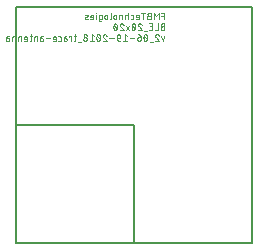
<source format=gbr>
G04 EAGLE Gerber X2 export*
%TF.Part,Single*%
%TF.FileFunction,Legend,Bot,1*%
%TF.FilePolarity,Positive*%
%TF.GenerationSoftware,Autodesk,EAGLE,9.0.0*%
%TF.CreationDate,2018-06-20T01:15:49Z*%
G75*
%MOMM*%
%FSLAX34Y34*%
%LPD*%
%AMOC8*
5,1,8,0,0,1.08239X$1,22.5*%
G01*
%ADD10C,0.050800*%
%ADD11C,0.152400*%


D10*
X125746Y189542D02*
X125746Y195130D01*
X123262Y195130D01*
X123262Y192646D02*
X125746Y192646D01*
X120947Y195130D02*
X120947Y189542D01*
X119084Y192026D02*
X120947Y195130D01*
X119084Y192026D02*
X117222Y195130D01*
X117222Y189542D01*
X114336Y192646D02*
X112783Y192646D01*
X112706Y192644D01*
X112628Y192638D01*
X112552Y192629D01*
X112475Y192615D01*
X112400Y192598D01*
X112326Y192577D01*
X112252Y192552D01*
X112180Y192524D01*
X112110Y192492D01*
X112041Y192457D01*
X111974Y192418D01*
X111909Y192376D01*
X111846Y192331D01*
X111785Y192283D01*
X111727Y192232D01*
X111672Y192178D01*
X111619Y192121D01*
X111570Y192062D01*
X111523Y192000D01*
X111479Y191936D01*
X111439Y191870D01*
X111402Y191802D01*
X111368Y191732D01*
X111338Y191661D01*
X111312Y191588D01*
X111289Y191514D01*
X111270Y191439D01*
X111255Y191364D01*
X111243Y191287D01*
X111235Y191210D01*
X111231Y191133D01*
X111231Y191055D01*
X111235Y190978D01*
X111243Y190901D01*
X111255Y190824D01*
X111270Y190749D01*
X111289Y190674D01*
X111312Y190600D01*
X111338Y190527D01*
X111368Y190456D01*
X111402Y190386D01*
X111439Y190318D01*
X111479Y190252D01*
X111523Y190188D01*
X111570Y190126D01*
X111619Y190067D01*
X111672Y190010D01*
X111727Y189956D01*
X111785Y189905D01*
X111846Y189857D01*
X111909Y189812D01*
X111974Y189770D01*
X112041Y189731D01*
X112110Y189696D01*
X112180Y189664D01*
X112252Y189636D01*
X112326Y189611D01*
X112400Y189590D01*
X112475Y189573D01*
X112552Y189559D01*
X112628Y189550D01*
X112706Y189544D01*
X112783Y189542D01*
X114336Y189542D01*
X114336Y195130D01*
X112783Y195130D01*
X112713Y195128D01*
X112644Y195122D01*
X112575Y195112D01*
X112507Y195099D01*
X112439Y195081D01*
X112373Y195060D01*
X112308Y195035D01*
X112244Y195007D01*
X112182Y194975D01*
X112122Y194940D01*
X112064Y194901D01*
X112009Y194859D01*
X111955Y194814D01*
X111905Y194766D01*
X111857Y194716D01*
X111812Y194662D01*
X111770Y194607D01*
X111731Y194549D01*
X111696Y194489D01*
X111664Y194427D01*
X111636Y194363D01*
X111611Y194298D01*
X111590Y194232D01*
X111572Y194164D01*
X111559Y194096D01*
X111549Y194027D01*
X111543Y193958D01*
X111541Y193888D01*
X111543Y193818D01*
X111549Y193749D01*
X111559Y193680D01*
X111572Y193612D01*
X111590Y193544D01*
X111611Y193478D01*
X111636Y193413D01*
X111664Y193349D01*
X111696Y193287D01*
X111731Y193227D01*
X111770Y193169D01*
X111812Y193114D01*
X111857Y193060D01*
X111905Y193010D01*
X111955Y192962D01*
X112009Y192917D01*
X112064Y192875D01*
X112122Y192836D01*
X112182Y192801D01*
X112244Y192769D01*
X112308Y192741D01*
X112373Y192716D01*
X112439Y192695D01*
X112507Y192677D01*
X112575Y192664D01*
X112644Y192654D01*
X112713Y192648D01*
X112783Y192646D01*
X107929Y195130D02*
X107929Y189542D01*
X109481Y195130D02*
X106376Y195130D01*
X103484Y189542D02*
X101932Y189542D01*
X103484Y189542D02*
X103542Y189544D01*
X103601Y189549D01*
X103658Y189558D01*
X103716Y189571D01*
X103772Y189588D01*
X103827Y189607D01*
X103880Y189631D01*
X103933Y189657D01*
X103983Y189687D01*
X104031Y189720D01*
X104077Y189756D01*
X104121Y189794D01*
X104163Y189836D01*
X104201Y189880D01*
X104237Y189926D01*
X104270Y189974D01*
X104300Y190024D01*
X104326Y190077D01*
X104350Y190130D01*
X104369Y190185D01*
X104386Y190241D01*
X104399Y190299D01*
X104408Y190356D01*
X104413Y190415D01*
X104415Y190473D01*
X104416Y190473D02*
X104416Y192026D01*
X104414Y192096D01*
X104408Y192165D01*
X104398Y192234D01*
X104385Y192302D01*
X104367Y192370D01*
X104346Y192436D01*
X104321Y192501D01*
X104293Y192565D01*
X104261Y192627D01*
X104226Y192687D01*
X104187Y192745D01*
X104145Y192800D01*
X104100Y192854D01*
X104052Y192904D01*
X104002Y192952D01*
X103948Y192997D01*
X103893Y193039D01*
X103835Y193078D01*
X103775Y193113D01*
X103713Y193145D01*
X103649Y193173D01*
X103584Y193198D01*
X103518Y193219D01*
X103450Y193237D01*
X103382Y193250D01*
X103313Y193260D01*
X103244Y193266D01*
X103174Y193268D01*
X103104Y193266D01*
X103035Y193260D01*
X102966Y193250D01*
X102898Y193237D01*
X102830Y193219D01*
X102764Y193198D01*
X102699Y193173D01*
X102635Y193145D01*
X102573Y193113D01*
X102513Y193078D01*
X102455Y193039D01*
X102400Y192997D01*
X102346Y192952D01*
X102296Y192904D01*
X102248Y192854D01*
X102203Y192800D01*
X102161Y192745D01*
X102122Y192687D01*
X102087Y192627D01*
X102055Y192565D01*
X102027Y192501D01*
X102002Y192436D01*
X101981Y192370D01*
X101963Y192302D01*
X101950Y192234D01*
X101940Y192165D01*
X101934Y192096D01*
X101932Y192026D01*
X101932Y191405D01*
X104416Y191405D01*
X98723Y189542D02*
X97481Y189542D01*
X98723Y189542D02*
X98781Y189544D01*
X98840Y189549D01*
X98897Y189558D01*
X98955Y189571D01*
X99011Y189588D01*
X99066Y189607D01*
X99119Y189631D01*
X99172Y189657D01*
X99222Y189687D01*
X99270Y189720D01*
X99316Y189756D01*
X99360Y189794D01*
X99402Y189836D01*
X99440Y189880D01*
X99476Y189926D01*
X99509Y189974D01*
X99539Y190024D01*
X99565Y190077D01*
X99589Y190130D01*
X99608Y190185D01*
X99625Y190241D01*
X99638Y190299D01*
X99647Y190356D01*
X99652Y190415D01*
X99654Y190473D01*
X99654Y192336D01*
X99652Y192394D01*
X99647Y192453D01*
X99638Y192510D01*
X99625Y192568D01*
X99608Y192624D01*
X99589Y192679D01*
X99565Y192732D01*
X99539Y192785D01*
X99509Y192835D01*
X99476Y192883D01*
X99440Y192929D01*
X99402Y192973D01*
X99360Y193015D01*
X99316Y193053D01*
X99270Y193089D01*
X99222Y193122D01*
X99172Y193152D01*
X99119Y193178D01*
X99066Y193202D01*
X99011Y193221D01*
X98955Y193238D01*
X98897Y193251D01*
X98840Y193260D01*
X98781Y193265D01*
X98723Y193267D01*
X97481Y193267D01*
X95272Y195130D02*
X95272Y189542D01*
X95272Y193267D02*
X93719Y193267D01*
X93661Y193265D01*
X93602Y193260D01*
X93545Y193251D01*
X93487Y193238D01*
X93431Y193221D01*
X93376Y193202D01*
X93323Y193178D01*
X93270Y193152D01*
X93220Y193122D01*
X93172Y193089D01*
X93126Y193053D01*
X93082Y193015D01*
X93040Y192973D01*
X93002Y192929D01*
X92966Y192883D01*
X92933Y192835D01*
X92903Y192785D01*
X92877Y192732D01*
X92853Y192679D01*
X92834Y192624D01*
X92817Y192568D01*
X92804Y192510D01*
X92795Y192453D01*
X92790Y192394D01*
X92788Y192336D01*
X92788Y189542D01*
X90151Y189542D02*
X90151Y193267D01*
X88599Y193267D01*
X88541Y193265D01*
X88482Y193260D01*
X88425Y193251D01*
X88367Y193238D01*
X88311Y193221D01*
X88256Y193202D01*
X88203Y193178D01*
X88150Y193152D01*
X88100Y193122D01*
X88052Y193089D01*
X88006Y193053D01*
X87962Y193015D01*
X87920Y192973D01*
X87882Y192929D01*
X87846Y192883D01*
X87813Y192835D01*
X87783Y192785D01*
X87757Y192732D01*
X87733Y192679D01*
X87714Y192624D01*
X87697Y192568D01*
X87684Y192510D01*
X87675Y192453D01*
X87670Y192394D01*
X87668Y192336D01*
X87668Y189542D01*
X85213Y190784D02*
X85213Y192026D01*
X85214Y192026D02*
X85212Y192096D01*
X85206Y192165D01*
X85196Y192234D01*
X85183Y192302D01*
X85165Y192370D01*
X85144Y192436D01*
X85119Y192501D01*
X85091Y192565D01*
X85059Y192627D01*
X85024Y192687D01*
X84985Y192745D01*
X84943Y192800D01*
X84898Y192854D01*
X84850Y192904D01*
X84800Y192952D01*
X84746Y192997D01*
X84691Y193039D01*
X84633Y193078D01*
X84573Y193113D01*
X84511Y193145D01*
X84447Y193173D01*
X84382Y193198D01*
X84316Y193219D01*
X84248Y193237D01*
X84180Y193250D01*
X84111Y193260D01*
X84042Y193266D01*
X83972Y193268D01*
X83902Y193266D01*
X83833Y193260D01*
X83764Y193250D01*
X83696Y193237D01*
X83628Y193219D01*
X83562Y193198D01*
X83497Y193173D01*
X83433Y193145D01*
X83371Y193113D01*
X83311Y193078D01*
X83253Y193039D01*
X83198Y192997D01*
X83144Y192952D01*
X83094Y192904D01*
X83046Y192854D01*
X83001Y192800D01*
X82959Y192745D01*
X82920Y192687D01*
X82885Y192627D01*
X82853Y192565D01*
X82825Y192501D01*
X82800Y192436D01*
X82779Y192370D01*
X82761Y192302D01*
X82748Y192234D01*
X82738Y192165D01*
X82732Y192096D01*
X82730Y192026D01*
X82730Y190784D01*
X82732Y190714D01*
X82738Y190645D01*
X82748Y190576D01*
X82761Y190508D01*
X82779Y190440D01*
X82800Y190374D01*
X82825Y190309D01*
X82853Y190245D01*
X82885Y190183D01*
X82920Y190123D01*
X82959Y190065D01*
X83001Y190010D01*
X83046Y189956D01*
X83094Y189906D01*
X83144Y189858D01*
X83198Y189813D01*
X83253Y189771D01*
X83311Y189732D01*
X83371Y189697D01*
X83433Y189665D01*
X83497Y189637D01*
X83562Y189612D01*
X83628Y189591D01*
X83696Y189573D01*
X83764Y189560D01*
X83833Y189550D01*
X83902Y189544D01*
X83972Y189542D01*
X84042Y189544D01*
X84111Y189550D01*
X84180Y189560D01*
X84248Y189573D01*
X84316Y189591D01*
X84382Y189612D01*
X84447Y189637D01*
X84511Y189665D01*
X84573Y189697D01*
X84633Y189732D01*
X84691Y189771D01*
X84746Y189813D01*
X84800Y189858D01*
X84850Y189906D01*
X84898Y189956D01*
X84943Y190010D01*
X84985Y190065D01*
X85024Y190123D01*
X85059Y190183D01*
X85091Y190245D01*
X85119Y190309D01*
X85144Y190374D01*
X85165Y190440D01*
X85183Y190508D01*
X85196Y190576D01*
X85206Y190645D01*
X85212Y190714D01*
X85214Y190784D01*
X80389Y190473D02*
X80389Y195130D01*
X80389Y190473D02*
X80387Y190415D01*
X80382Y190356D01*
X80373Y190299D01*
X80360Y190241D01*
X80343Y190185D01*
X80324Y190130D01*
X80300Y190077D01*
X80274Y190024D01*
X80244Y189974D01*
X80211Y189926D01*
X80175Y189880D01*
X80137Y189836D01*
X80095Y189794D01*
X80051Y189756D01*
X80005Y189720D01*
X79957Y189687D01*
X79907Y189657D01*
X79854Y189631D01*
X79801Y189607D01*
X79746Y189588D01*
X79690Y189571D01*
X79632Y189558D01*
X79575Y189549D01*
X79516Y189544D01*
X79458Y189542D01*
X77532Y190784D02*
X77532Y192026D01*
X77533Y192026D02*
X77531Y192096D01*
X77525Y192165D01*
X77515Y192234D01*
X77502Y192302D01*
X77484Y192370D01*
X77463Y192436D01*
X77438Y192501D01*
X77410Y192565D01*
X77378Y192627D01*
X77343Y192687D01*
X77304Y192745D01*
X77262Y192800D01*
X77217Y192854D01*
X77169Y192904D01*
X77119Y192952D01*
X77065Y192997D01*
X77010Y193039D01*
X76952Y193078D01*
X76892Y193113D01*
X76830Y193145D01*
X76766Y193173D01*
X76701Y193198D01*
X76635Y193219D01*
X76567Y193237D01*
X76499Y193250D01*
X76430Y193260D01*
X76361Y193266D01*
X76291Y193268D01*
X76221Y193266D01*
X76152Y193260D01*
X76083Y193250D01*
X76015Y193237D01*
X75947Y193219D01*
X75881Y193198D01*
X75816Y193173D01*
X75752Y193145D01*
X75690Y193113D01*
X75630Y193078D01*
X75572Y193039D01*
X75517Y192997D01*
X75463Y192952D01*
X75413Y192904D01*
X75365Y192854D01*
X75320Y192800D01*
X75278Y192745D01*
X75239Y192687D01*
X75204Y192627D01*
X75172Y192565D01*
X75144Y192501D01*
X75119Y192436D01*
X75098Y192370D01*
X75080Y192302D01*
X75067Y192234D01*
X75057Y192165D01*
X75051Y192096D01*
X75049Y192026D01*
X75049Y190784D01*
X75051Y190714D01*
X75057Y190645D01*
X75067Y190576D01*
X75080Y190508D01*
X75098Y190440D01*
X75119Y190374D01*
X75144Y190309D01*
X75172Y190245D01*
X75204Y190183D01*
X75239Y190123D01*
X75278Y190065D01*
X75320Y190010D01*
X75365Y189956D01*
X75413Y189906D01*
X75463Y189858D01*
X75517Y189813D01*
X75572Y189771D01*
X75630Y189732D01*
X75690Y189697D01*
X75752Y189665D01*
X75816Y189637D01*
X75881Y189612D01*
X75947Y189591D01*
X76015Y189573D01*
X76083Y189560D01*
X76152Y189550D01*
X76221Y189544D01*
X76291Y189542D01*
X76361Y189544D01*
X76430Y189550D01*
X76499Y189560D01*
X76567Y189573D01*
X76635Y189591D01*
X76701Y189612D01*
X76766Y189637D01*
X76830Y189665D01*
X76892Y189697D01*
X76952Y189732D01*
X77010Y189771D01*
X77065Y189813D01*
X77119Y189858D01*
X77169Y189906D01*
X77217Y189956D01*
X77262Y190010D01*
X77304Y190065D01*
X77343Y190123D01*
X77378Y190183D01*
X77410Y190245D01*
X77438Y190309D01*
X77463Y190374D01*
X77484Y190440D01*
X77502Y190508D01*
X77515Y190576D01*
X77525Y190645D01*
X77531Y190714D01*
X77533Y190784D01*
X71875Y189542D02*
X70323Y189542D01*
X71875Y189542D02*
X71933Y189544D01*
X71992Y189549D01*
X72049Y189558D01*
X72107Y189571D01*
X72163Y189588D01*
X72218Y189607D01*
X72271Y189631D01*
X72324Y189657D01*
X72374Y189687D01*
X72422Y189720D01*
X72468Y189756D01*
X72512Y189794D01*
X72554Y189836D01*
X72592Y189880D01*
X72628Y189926D01*
X72661Y189974D01*
X72691Y190024D01*
X72717Y190077D01*
X72741Y190130D01*
X72760Y190185D01*
X72777Y190241D01*
X72790Y190299D01*
X72799Y190356D01*
X72804Y190415D01*
X72806Y190473D01*
X72806Y192336D01*
X72804Y192394D01*
X72799Y192453D01*
X72790Y192510D01*
X72777Y192568D01*
X72760Y192624D01*
X72741Y192679D01*
X72717Y192732D01*
X72691Y192785D01*
X72661Y192835D01*
X72628Y192883D01*
X72592Y192929D01*
X72554Y192973D01*
X72512Y193015D01*
X72468Y193053D01*
X72422Y193089D01*
X72374Y193122D01*
X72324Y193152D01*
X72271Y193178D01*
X72218Y193202D01*
X72163Y193221D01*
X72107Y193238D01*
X72049Y193251D01*
X71992Y193260D01*
X71933Y193265D01*
X71875Y193267D01*
X70323Y193267D01*
X70323Y188611D01*
X70325Y188550D01*
X70331Y188489D01*
X70341Y188429D01*
X70355Y188370D01*
X70372Y188312D01*
X70394Y188255D01*
X70419Y188199D01*
X70448Y188146D01*
X70480Y188094D01*
X70515Y188044D01*
X70554Y187997D01*
X70596Y187953D01*
X70640Y187911D01*
X70687Y187872D01*
X70737Y187837D01*
X70788Y187805D01*
X70842Y187776D01*
X70898Y187751D01*
X70955Y187729D01*
X71013Y187712D01*
X71072Y187698D01*
X71132Y187688D01*
X71193Y187682D01*
X71254Y187680D01*
X71254Y187679D02*
X72496Y187679D01*
X67878Y189542D02*
X67878Y193267D01*
X68033Y194820D02*
X68033Y195130D01*
X67723Y195130D01*
X67723Y194820D01*
X68033Y194820D01*
X64714Y189542D02*
X63162Y189542D01*
X64714Y189542D02*
X64772Y189544D01*
X64831Y189549D01*
X64888Y189558D01*
X64946Y189571D01*
X65002Y189588D01*
X65057Y189607D01*
X65110Y189631D01*
X65163Y189657D01*
X65213Y189687D01*
X65261Y189720D01*
X65307Y189756D01*
X65351Y189794D01*
X65393Y189836D01*
X65431Y189880D01*
X65467Y189926D01*
X65500Y189974D01*
X65530Y190024D01*
X65556Y190077D01*
X65580Y190130D01*
X65599Y190185D01*
X65616Y190241D01*
X65629Y190299D01*
X65638Y190356D01*
X65643Y190415D01*
X65645Y190473D01*
X65645Y192026D01*
X65646Y192026D02*
X65644Y192096D01*
X65638Y192165D01*
X65628Y192234D01*
X65615Y192302D01*
X65597Y192370D01*
X65576Y192436D01*
X65551Y192501D01*
X65523Y192565D01*
X65491Y192627D01*
X65456Y192687D01*
X65417Y192745D01*
X65375Y192800D01*
X65330Y192854D01*
X65282Y192904D01*
X65232Y192952D01*
X65178Y192997D01*
X65123Y193039D01*
X65065Y193078D01*
X65005Y193113D01*
X64943Y193145D01*
X64879Y193173D01*
X64814Y193198D01*
X64748Y193219D01*
X64680Y193237D01*
X64612Y193250D01*
X64543Y193260D01*
X64474Y193266D01*
X64404Y193268D01*
X64334Y193266D01*
X64265Y193260D01*
X64196Y193250D01*
X64128Y193237D01*
X64060Y193219D01*
X63994Y193198D01*
X63929Y193173D01*
X63865Y193145D01*
X63803Y193113D01*
X63743Y193078D01*
X63685Y193039D01*
X63630Y192997D01*
X63576Y192952D01*
X63526Y192904D01*
X63478Y192854D01*
X63433Y192800D01*
X63391Y192745D01*
X63352Y192687D01*
X63317Y192627D01*
X63285Y192565D01*
X63257Y192501D01*
X63232Y192436D01*
X63211Y192370D01*
X63193Y192302D01*
X63180Y192234D01*
X63170Y192165D01*
X63164Y192096D01*
X63162Y192026D01*
X63162Y191405D01*
X65645Y191405D01*
X60425Y191715D02*
X58873Y191094D01*
X60425Y191715D02*
X60476Y191737D01*
X60525Y191763D01*
X60573Y191792D01*
X60618Y191825D01*
X60661Y191861D01*
X60702Y191899D01*
X60739Y191941D01*
X60774Y191984D01*
X60806Y192030D01*
X60834Y192079D01*
X60859Y192129D01*
X60880Y192180D01*
X60898Y192233D01*
X60912Y192287D01*
X60922Y192342D01*
X60928Y192398D01*
X60931Y192453D01*
X60930Y192509D01*
X60924Y192565D01*
X60915Y192620D01*
X60903Y192674D01*
X60886Y192728D01*
X60866Y192780D01*
X60842Y192830D01*
X60815Y192879D01*
X60784Y192926D01*
X60750Y192970D01*
X60714Y193012D01*
X60674Y193052D01*
X60632Y193088D01*
X60587Y193122D01*
X60540Y193152D01*
X60492Y193179D01*
X60441Y193203D01*
X60389Y193223D01*
X60335Y193239D01*
X60281Y193252D01*
X60226Y193261D01*
X60170Y193266D01*
X60114Y193267D01*
X60115Y193268D02*
X60004Y193264D01*
X59893Y193258D01*
X59783Y193247D01*
X59673Y193233D01*
X59563Y193216D01*
X59454Y193196D01*
X59346Y193172D01*
X59239Y193144D01*
X59132Y193113D01*
X59027Y193079D01*
X58922Y193042D01*
X58819Y193001D01*
X58717Y192957D01*
X58873Y191094D02*
X58822Y191072D01*
X58773Y191046D01*
X58725Y191017D01*
X58680Y190984D01*
X58637Y190948D01*
X58596Y190910D01*
X58559Y190868D01*
X58524Y190825D01*
X58492Y190779D01*
X58464Y190730D01*
X58439Y190680D01*
X58418Y190629D01*
X58400Y190576D01*
X58386Y190522D01*
X58376Y190467D01*
X58370Y190411D01*
X58367Y190356D01*
X58368Y190300D01*
X58374Y190244D01*
X58383Y190189D01*
X58395Y190135D01*
X58412Y190081D01*
X58432Y190029D01*
X58456Y189979D01*
X58483Y189930D01*
X58514Y189883D01*
X58548Y189839D01*
X58584Y189797D01*
X58624Y189757D01*
X58666Y189721D01*
X58711Y189687D01*
X58758Y189657D01*
X58806Y189630D01*
X58857Y189606D01*
X58909Y189586D01*
X58963Y189570D01*
X59017Y189557D01*
X59072Y189548D01*
X59128Y189543D01*
X59184Y189542D01*
X59183Y189542D02*
X59317Y189545D01*
X59451Y189552D01*
X59585Y189563D01*
X59718Y189576D01*
X59851Y189594D01*
X59984Y189614D01*
X60116Y189638D01*
X60247Y189666D01*
X60378Y189696D01*
X60507Y189730D01*
X60636Y189768D01*
X60764Y189808D01*
X60891Y189852D01*
X124194Y183502D02*
X125746Y183502D01*
X124194Y183502D02*
X124117Y183500D01*
X124039Y183494D01*
X123963Y183485D01*
X123886Y183471D01*
X123811Y183454D01*
X123737Y183433D01*
X123663Y183408D01*
X123591Y183380D01*
X123521Y183348D01*
X123452Y183313D01*
X123385Y183274D01*
X123320Y183232D01*
X123257Y183187D01*
X123196Y183139D01*
X123138Y183088D01*
X123083Y183034D01*
X123030Y182977D01*
X122981Y182918D01*
X122934Y182856D01*
X122890Y182792D01*
X122850Y182726D01*
X122813Y182658D01*
X122779Y182588D01*
X122749Y182517D01*
X122723Y182444D01*
X122700Y182370D01*
X122681Y182295D01*
X122666Y182220D01*
X122654Y182143D01*
X122646Y182066D01*
X122642Y181989D01*
X122642Y181911D01*
X122646Y181834D01*
X122654Y181757D01*
X122666Y181680D01*
X122681Y181605D01*
X122700Y181530D01*
X122723Y181456D01*
X122749Y181383D01*
X122779Y181312D01*
X122813Y181242D01*
X122850Y181174D01*
X122890Y181108D01*
X122934Y181044D01*
X122981Y180982D01*
X123030Y180923D01*
X123083Y180866D01*
X123138Y180812D01*
X123196Y180761D01*
X123257Y180713D01*
X123320Y180668D01*
X123385Y180626D01*
X123452Y180587D01*
X123521Y180552D01*
X123591Y180520D01*
X123663Y180492D01*
X123737Y180467D01*
X123811Y180446D01*
X123886Y180429D01*
X123963Y180415D01*
X124039Y180406D01*
X124117Y180400D01*
X124194Y180398D01*
X125746Y180398D01*
X125746Y185986D01*
X124194Y185986D01*
X124124Y185984D01*
X124055Y185978D01*
X123986Y185968D01*
X123918Y185955D01*
X123850Y185937D01*
X123784Y185916D01*
X123719Y185891D01*
X123655Y185863D01*
X123593Y185831D01*
X123533Y185796D01*
X123475Y185757D01*
X123420Y185715D01*
X123366Y185670D01*
X123316Y185622D01*
X123268Y185572D01*
X123223Y185518D01*
X123181Y185463D01*
X123142Y185405D01*
X123107Y185345D01*
X123075Y185283D01*
X123047Y185219D01*
X123022Y185154D01*
X123001Y185088D01*
X122983Y185020D01*
X122970Y184952D01*
X122960Y184883D01*
X122954Y184814D01*
X122952Y184744D01*
X122954Y184674D01*
X122960Y184605D01*
X122970Y184536D01*
X122983Y184468D01*
X123001Y184400D01*
X123022Y184334D01*
X123047Y184269D01*
X123075Y184205D01*
X123107Y184143D01*
X123142Y184083D01*
X123181Y184025D01*
X123223Y183970D01*
X123268Y183916D01*
X123316Y183866D01*
X123366Y183818D01*
X123420Y183773D01*
X123475Y183731D01*
X123533Y183692D01*
X123593Y183657D01*
X123655Y183625D01*
X123719Y183597D01*
X123784Y183572D01*
X123850Y183551D01*
X123918Y183533D01*
X123986Y183520D01*
X124055Y183510D01*
X124124Y183504D01*
X124194Y183502D01*
X120332Y185986D02*
X120332Y180398D01*
X117848Y180398D01*
X115577Y180398D02*
X113093Y180398D01*
X115577Y180398D02*
X115577Y185986D01*
X113093Y185986D01*
X113714Y183502D02*
X115577Y183502D01*
X111254Y179777D02*
X108771Y179777D01*
X103522Y184589D02*
X103524Y184662D01*
X103530Y184735D01*
X103539Y184808D01*
X103553Y184879D01*
X103570Y184951D01*
X103590Y185021D01*
X103615Y185090D01*
X103643Y185157D01*
X103674Y185223D01*
X103709Y185288D01*
X103747Y185350D01*
X103789Y185410D01*
X103833Y185468D01*
X103881Y185524D01*
X103931Y185577D01*
X103984Y185627D01*
X104040Y185675D01*
X104098Y185719D01*
X104158Y185761D01*
X104221Y185799D01*
X104285Y185834D01*
X104351Y185865D01*
X104418Y185893D01*
X104487Y185918D01*
X104557Y185938D01*
X104629Y185955D01*
X104700Y185969D01*
X104773Y185978D01*
X104846Y185984D01*
X104919Y185986D01*
X105003Y185984D01*
X105086Y185978D01*
X105169Y185969D01*
X105251Y185955D01*
X105333Y185938D01*
X105414Y185916D01*
X105494Y185891D01*
X105572Y185863D01*
X105650Y185831D01*
X105725Y185795D01*
X105799Y185756D01*
X105871Y185713D01*
X105941Y185667D01*
X106008Y185618D01*
X106074Y185565D01*
X106136Y185510D01*
X106196Y185452D01*
X106254Y185391D01*
X106308Y185328D01*
X106360Y185262D01*
X106408Y185194D01*
X106453Y185123D01*
X106495Y185051D01*
X106533Y184976D01*
X106568Y184900D01*
X106599Y184823D01*
X106627Y184744D01*
X103989Y183503D02*
X103935Y183556D01*
X103884Y183613D01*
X103836Y183672D01*
X103791Y183733D01*
X103750Y183796D01*
X103711Y183862D01*
X103676Y183929D01*
X103644Y183998D01*
X103616Y184069D01*
X103592Y184140D01*
X103571Y184213D01*
X103554Y184287D01*
X103540Y184362D01*
X103531Y184437D01*
X103525Y184513D01*
X103523Y184589D01*
X103988Y183502D02*
X106627Y180398D01*
X103522Y180398D01*
X101140Y183192D02*
X101138Y183323D01*
X101133Y183453D01*
X101123Y183583D01*
X101110Y183713D01*
X101094Y183843D01*
X101074Y183972D01*
X101050Y184100D01*
X101022Y184227D01*
X100991Y184354D01*
X100956Y184480D01*
X100918Y184605D01*
X100876Y184729D01*
X100831Y184851D01*
X100782Y184972D01*
X100730Y185092D01*
X100674Y185210D01*
X100675Y185210D02*
X100652Y185270D01*
X100626Y185330D01*
X100597Y185387D01*
X100564Y185443D01*
X100528Y185497D01*
X100490Y185549D01*
X100448Y185599D01*
X100404Y185646D01*
X100357Y185691D01*
X100307Y185733D01*
X100256Y185772D01*
X100202Y185808D01*
X100146Y185841D01*
X100089Y185871D01*
X100030Y185898D01*
X99969Y185921D01*
X99908Y185941D01*
X99845Y185957D01*
X99781Y185970D01*
X99717Y185979D01*
X99653Y185984D01*
X99588Y185986D01*
X99523Y185984D01*
X99459Y185979D01*
X99395Y185970D01*
X99331Y185957D01*
X99268Y185941D01*
X99207Y185921D01*
X99146Y185898D01*
X99087Y185871D01*
X99030Y185841D01*
X98974Y185808D01*
X98920Y185772D01*
X98869Y185733D01*
X98819Y185691D01*
X98772Y185646D01*
X98728Y185599D01*
X98686Y185549D01*
X98648Y185497D01*
X98612Y185443D01*
X98579Y185387D01*
X98550Y185330D01*
X98524Y185270D01*
X98501Y185210D01*
X98502Y185210D02*
X98446Y185092D01*
X98394Y184972D01*
X98345Y184851D01*
X98300Y184729D01*
X98258Y184605D01*
X98220Y184480D01*
X98185Y184354D01*
X98154Y184228D01*
X98126Y184100D01*
X98102Y183972D01*
X98082Y183843D01*
X98066Y183713D01*
X98053Y183583D01*
X98043Y183453D01*
X98038Y183323D01*
X98036Y183192D01*
X101140Y183192D02*
X101138Y183061D01*
X101133Y182931D01*
X101123Y182801D01*
X101110Y182671D01*
X101094Y182541D01*
X101074Y182413D01*
X101050Y182284D01*
X101022Y182157D01*
X100991Y182030D01*
X100956Y181904D01*
X100918Y181779D01*
X100876Y181656D01*
X100831Y181533D01*
X100782Y181412D01*
X100730Y181292D01*
X100674Y181174D01*
X100675Y181174D02*
X100652Y181114D01*
X100626Y181054D01*
X100597Y180997D01*
X100564Y180941D01*
X100528Y180887D01*
X100490Y180835D01*
X100448Y180785D01*
X100404Y180738D01*
X100357Y180693D01*
X100307Y180651D01*
X100256Y180612D01*
X100202Y180576D01*
X100146Y180543D01*
X100089Y180513D01*
X100030Y180486D01*
X99969Y180463D01*
X99908Y180443D01*
X99845Y180427D01*
X99781Y180414D01*
X99717Y180405D01*
X99653Y180400D01*
X99588Y180398D01*
X98502Y181174D02*
X98446Y181292D01*
X98394Y181412D01*
X98345Y181533D01*
X98300Y181655D01*
X98258Y181779D01*
X98220Y181904D01*
X98185Y182030D01*
X98154Y182156D01*
X98126Y182284D01*
X98102Y182412D01*
X98082Y182541D01*
X98066Y182671D01*
X98053Y182801D01*
X98043Y182931D01*
X98038Y183061D01*
X98036Y183192D01*
X98501Y181174D02*
X98524Y181114D01*
X98550Y181054D01*
X98579Y180997D01*
X98612Y180941D01*
X98648Y180887D01*
X98686Y180835D01*
X98728Y180785D01*
X98772Y180738D01*
X98819Y180693D01*
X98869Y180651D01*
X98920Y180612D01*
X98974Y180576D01*
X99030Y180543D01*
X99087Y180513D01*
X99146Y180486D01*
X99207Y180463D01*
X99268Y180443D01*
X99331Y180427D01*
X99395Y180414D01*
X99459Y180405D01*
X99523Y180400D01*
X99588Y180398D01*
X100830Y181640D02*
X98346Y184744D01*
X93409Y184123D02*
X95892Y180398D01*
X93409Y180398D02*
X95892Y184123D01*
X89558Y185986D02*
X89485Y185984D01*
X89412Y185978D01*
X89339Y185969D01*
X89268Y185955D01*
X89196Y185938D01*
X89126Y185918D01*
X89057Y185893D01*
X88990Y185865D01*
X88924Y185834D01*
X88860Y185799D01*
X88797Y185761D01*
X88737Y185719D01*
X88679Y185675D01*
X88623Y185627D01*
X88570Y185577D01*
X88520Y185524D01*
X88472Y185468D01*
X88428Y185410D01*
X88386Y185350D01*
X88348Y185288D01*
X88313Y185223D01*
X88282Y185157D01*
X88254Y185090D01*
X88229Y185021D01*
X88209Y184951D01*
X88192Y184879D01*
X88178Y184808D01*
X88169Y184735D01*
X88163Y184662D01*
X88161Y184589D01*
X89558Y185986D02*
X89642Y185984D01*
X89725Y185978D01*
X89808Y185969D01*
X89890Y185955D01*
X89972Y185938D01*
X90053Y185916D01*
X90133Y185891D01*
X90211Y185863D01*
X90289Y185831D01*
X90364Y185795D01*
X90438Y185756D01*
X90510Y185713D01*
X90580Y185667D01*
X90647Y185618D01*
X90713Y185565D01*
X90775Y185510D01*
X90835Y185452D01*
X90893Y185391D01*
X90947Y185328D01*
X90999Y185262D01*
X91047Y185194D01*
X91092Y185123D01*
X91134Y185051D01*
X91172Y184976D01*
X91207Y184900D01*
X91238Y184823D01*
X91266Y184744D01*
X88627Y183503D02*
X88573Y183556D01*
X88522Y183613D01*
X88474Y183672D01*
X88429Y183733D01*
X88388Y183796D01*
X88349Y183862D01*
X88314Y183929D01*
X88282Y183998D01*
X88254Y184069D01*
X88230Y184140D01*
X88209Y184213D01*
X88192Y184287D01*
X88178Y184362D01*
X88169Y184437D01*
X88163Y184513D01*
X88161Y184589D01*
X88626Y183502D02*
X91265Y180398D01*
X88161Y180398D01*
X85779Y183192D02*
X85777Y183323D01*
X85772Y183453D01*
X85762Y183583D01*
X85749Y183713D01*
X85733Y183843D01*
X85713Y183972D01*
X85689Y184100D01*
X85661Y184227D01*
X85630Y184354D01*
X85595Y184480D01*
X85557Y184605D01*
X85515Y184729D01*
X85470Y184851D01*
X85421Y184972D01*
X85369Y185092D01*
X85313Y185210D01*
X85290Y185270D01*
X85264Y185330D01*
X85235Y185387D01*
X85202Y185443D01*
X85166Y185497D01*
X85128Y185549D01*
X85086Y185599D01*
X85042Y185646D01*
X84995Y185691D01*
X84945Y185733D01*
X84894Y185772D01*
X84840Y185808D01*
X84784Y185841D01*
X84727Y185871D01*
X84668Y185898D01*
X84607Y185921D01*
X84546Y185941D01*
X84483Y185957D01*
X84419Y185970D01*
X84355Y185979D01*
X84291Y185984D01*
X84226Y185986D01*
X84161Y185984D01*
X84097Y185979D01*
X84033Y185970D01*
X83969Y185957D01*
X83906Y185941D01*
X83845Y185921D01*
X83784Y185898D01*
X83725Y185871D01*
X83668Y185841D01*
X83612Y185808D01*
X83558Y185772D01*
X83507Y185733D01*
X83457Y185691D01*
X83410Y185646D01*
X83366Y185599D01*
X83324Y185549D01*
X83286Y185497D01*
X83250Y185443D01*
X83217Y185387D01*
X83188Y185330D01*
X83162Y185270D01*
X83139Y185210D01*
X83140Y185210D02*
X83084Y185092D01*
X83032Y184972D01*
X82983Y184851D01*
X82938Y184729D01*
X82896Y184605D01*
X82858Y184480D01*
X82823Y184354D01*
X82792Y184228D01*
X82764Y184100D01*
X82740Y183972D01*
X82720Y183843D01*
X82704Y183713D01*
X82691Y183583D01*
X82681Y183453D01*
X82676Y183323D01*
X82674Y183192D01*
X85778Y183192D02*
X85776Y183061D01*
X85771Y182931D01*
X85761Y182801D01*
X85748Y182671D01*
X85732Y182541D01*
X85712Y182413D01*
X85688Y182284D01*
X85660Y182157D01*
X85629Y182030D01*
X85594Y181904D01*
X85556Y181779D01*
X85514Y181656D01*
X85469Y181533D01*
X85420Y181412D01*
X85368Y181292D01*
X85312Y181174D01*
X85313Y181174D02*
X85290Y181114D01*
X85264Y181054D01*
X85235Y180997D01*
X85202Y180941D01*
X85166Y180887D01*
X85128Y180835D01*
X85086Y180785D01*
X85042Y180738D01*
X84995Y180693D01*
X84945Y180651D01*
X84894Y180612D01*
X84840Y180576D01*
X84784Y180543D01*
X84727Y180513D01*
X84668Y180486D01*
X84607Y180463D01*
X84546Y180443D01*
X84483Y180427D01*
X84419Y180414D01*
X84355Y180405D01*
X84291Y180400D01*
X84226Y180398D01*
X83140Y181174D02*
X83084Y181292D01*
X83032Y181412D01*
X82983Y181533D01*
X82938Y181655D01*
X82896Y181779D01*
X82858Y181904D01*
X82823Y182030D01*
X82792Y182156D01*
X82764Y182284D01*
X82740Y182412D01*
X82720Y182541D01*
X82704Y182671D01*
X82691Y182801D01*
X82681Y182931D01*
X82676Y183061D01*
X82674Y183192D01*
X83139Y181174D02*
X83162Y181114D01*
X83188Y181054D01*
X83217Y180997D01*
X83250Y180941D01*
X83286Y180887D01*
X83324Y180835D01*
X83366Y180785D01*
X83410Y180738D01*
X83457Y180693D01*
X83507Y180651D01*
X83558Y180612D01*
X83612Y180576D01*
X83668Y180543D01*
X83725Y180513D01*
X83784Y180486D01*
X83845Y180463D01*
X83906Y180443D01*
X83969Y180427D01*
X84033Y180414D01*
X84097Y180405D01*
X84161Y180400D01*
X84226Y180398D01*
X85468Y181640D02*
X82985Y184744D01*
X124504Y171254D02*
X125746Y174979D01*
X123262Y174979D02*
X124504Y171254D01*
X119411Y176842D02*
X119338Y176840D01*
X119265Y176834D01*
X119192Y176825D01*
X119121Y176811D01*
X119049Y176794D01*
X118979Y176774D01*
X118910Y176749D01*
X118843Y176721D01*
X118777Y176690D01*
X118713Y176655D01*
X118650Y176617D01*
X118590Y176575D01*
X118532Y176531D01*
X118476Y176483D01*
X118423Y176433D01*
X118373Y176380D01*
X118325Y176324D01*
X118281Y176266D01*
X118239Y176206D01*
X118201Y176144D01*
X118166Y176079D01*
X118135Y176013D01*
X118107Y175946D01*
X118082Y175877D01*
X118062Y175807D01*
X118045Y175735D01*
X118031Y175664D01*
X118022Y175591D01*
X118016Y175518D01*
X118014Y175445D01*
X119411Y176842D02*
X119495Y176840D01*
X119578Y176834D01*
X119661Y176825D01*
X119743Y176811D01*
X119825Y176794D01*
X119906Y176772D01*
X119986Y176747D01*
X120064Y176719D01*
X120142Y176687D01*
X120217Y176651D01*
X120291Y176612D01*
X120363Y176569D01*
X120433Y176523D01*
X120500Y176474D01*
X120566Y176421D01*
X120628Y176366D01*
X120688Y176308D01*
X120746Y176247D01*
X120800Y176184D01*
X120852Y176118D01*
X120900Y176050D01*
X120945Y175979D01*
X120987Y175907D01*
X121025Y175832D01*
X121060Y175756D01*
X121091Y175679D01*
X121119Y175600D01*
X118481Y174359D02*
X118427Y174412D01*
X118376Y174469D01*
X118328Y174528D01*
X118283Y174589D01*
X118242Y174652D01*
X118203Y174718D01*
X118168Y174785D01*
X118136Y174854D01*
X118108Y174925D01*
X118084Y174996D01*
X118063Y175069D01*
X118046Y175143D01*
X118032Y175218D01*
X118023Y175293D01*
X118017Y175369D01*
X118015Y175445D01*
X118480Y174358D02*
X121119Y171254D01*
X118014Y171254D01*
X115871Y170633D02*
X113387Y170633D01*
X111243Y174048D02*
X111241Y174179D01*
X111236Y174309D01*
X111226Y174439D01*
X111213Y174569D01*
X111197Y174699D01*
X111177Y174828D01*
X111153Y174956D01*
X111125Y175083D01*
X111094Y175210D01*
X111059Y175336D01*
X111021Y175461D01*
X110979Y175585D01*
X110934Y175707D01*
X110885Y175828D01*
X110833Y175948D01*
X110777Y176066D01*
X110778Y176066D02*
X110755Y176126D01*
X110729Y176186D01*
X110700Y176243D01*
X110667Y176299D01*
X110631Y176353D01*
X110593Y176405D01*
X110551Y176455D01*
X110507Y176502D01*
X110460Y176547D01*
X110410Y176589D01*
X110359Y176628D01*
X110305Y176664D01*
X110249Y176697D01*
X110192Y176727D01*
X110133Y176754D01*
X110072Y176777D01*
X110011Y176797D01*
X109948Y176813D01*
X109884Y176826D01*
X109820Y176835D01*
X109756Y176840D01*
X109691Y176842D01*
X109626Y176840D01*
X109562Y176835D01*
X109498Y176826D01*
X109434Y176813D01*
X109371Y176797D01*
X109310Y176777D01*
X109249Y176754D01*
X109190Y176727D01*
X109133Y176697D01*
X109077Y176664D01*
X109023Y176628D01*
X108972Y176589D01*
X108922Y176547D01*
X108875Y176502D01*
X108831Y176455D01*
X108789Y176405D01*
X108751Y176353D01*
X108715Y176299D01*
X108682Y176243D01*
X108653Y176186D01*
X108627Y176126D01*
X108604Y176066D01*
X108605Y176066D02*
X108549Y175948D01*
X108497Y175828D01*
X108448Y175707D01*
X108403Y175585D01*
X108361Y175461D01*
X108323Y175336D01*
X108288Y175210D01*
X108257Y175084D01*
X108229Y174956D01*
X108205Y174828D01*
X108185Y174699D01*
X108169Y174569D01*
X108156Y174439D01*
X108146Y174309D01*
X108141Y174179D01*
X108139Y174048D01*
X111243Y174048D02*
X111241Y173917D01*
X111236Y173787D01*
X111226Y173657D01*
X111213Y173527D01*
X111197Y173397D01*
X111177Y173269D01*
X111153Y173140D01*
X111125Y173013D01*
X111094Y172886D01*
X111059Y172760D01*
X111021Y172635D01*
X110979Y172512D01*
X110934Y172389D01*
X110885Y172268D01*
X110833Y172148D01*
X110777Y172030D01*
X110778Y172030D02*
X110755Y171970D01*
X110729Y171910D01*
X110700Y171853D01*
X110667Y171797D01*
X110631Y171743D01*
X110593Y171691D01*
X110551Y171641D01*
X110507Y171594D01*
X110460Y171549D01*
X110410Y171507D01*
X110359Y171468D01*
X110305Y171432D01*
X110249Y171399D01*
X110192Y171369D01*
X110133Y171342D01*
X110072Y171319D01*
X110011Y171299D01*
X109948Y171283D01*
X109884Y171270D01*
X109820Y171261D01*
X109756Y171256D01*
X109691Y171254D01*
X108605Y172030D02*
X108549Y172148D01*
X108497Y172268D01*
X108448Y172389D01*
X108403Y172511D01*
X108361Y172635D01*
X108323Y172760D01*
X108288Y172886D01*
X108257Y173012D01*
X108229Y173140D01*
X108205Y173268D01*
X108185Y173397D01*
X108169Y173527D01*
X108156Y173657D01*
X108146Y173787D01*
X108141Y173917D01*
X108139Y174048D01*
X108604Y172030D02*
X108627Y171970D01*
X108653Y171910D01*
X108682Y171853D01*
X108715Y171797D01*
X108751Y171743D01*
X108789Y171691D01*
X108831Y171641D01*
X108875Y171594D01*
X108922Y171549D01*
X108972Y171507D01*
X109023Y171468D01*
X109077Y171432D01*
X109133Y171399D01*
X109190Y171369D01*
X109249Y171342D01*
X109310Y171319D01*
X109371Y171299D01*
X109434Y171283D01*
X109498Y171270D01*
X109562Y171261D01*
X109626Y171256D01*
X109691Y171254D01*
X110933Y172496D02*
X108449Y175600D01*
X105757Y174358D02*
X103894Y174358D01*
X103894Y174359D02*
X103824Y174357D01*
X103755Y174351D01*
X103686Y174341D01*
X103618Y174328D01*
X103550Y174310D01*
X103484Y174289D01*
X103419Y174264D01*
X103355Y174236D01*
X103293Y174204D01*
X103233Y174169D01*
X103175Y174130D01*
X103120Y174088D01*
X103066Y174043D01*
X103016Y173995D01*
X102968Y173945D01*
X102923Y173891D01*
X102881Y173836D01*
X102842Y173778D01*
X102807Y173718D01*
X102775Y173656D01*
X102747Y173592D01*
X102722Y173527D01*
X102701Y173461D01*
X102683Y173393D01*
X102670Y173325D01*
X102660Y173256D01*
X102654Y173187D01*
X102652Y173117D01*
X102652Y172806D01*
X102653Y172806D02*
X102655Y172729D01*
X102661Y172651D01*
X102670Y172575D01*
X102684Y172498D01*
X102701Y172423D01*
X102722Y172349D01*
X102747Y172275D01*
X102775Y172203D01*
X102807Y172133D01*
X102842Y172064D01*
X102881Y171997D01*
X102923Y171932D01*
X102968Y171869D01*
X103016Y171808D01*
X103067Y171750D01*
X103121Y171695D01*
X103178Y171642D01*
X103237Y171593D01*
X103299Y171546D01*
X103363Y171502D01*
X103429Y171462D01*
X103497Y171425D01*
X103567Y171391D01*
X103638Y171361D01*
X103711Y171335D01*
X103785Y171312D01*
X103860Y171293D01*
X103935Y171278D01*
X104012Y171266D01*
X104089Y171258D01*
X104166Y171254D01*
X104244Y171254D01*
X104321Y171258D01*
X104398Y171266D01*
X104475Y171278D01*
X104550Y171293D01*
X104625Y171312D01*
X104699Y171335D01*
X104772Y171361D01*
X104843Y171391D01*
X104913Y171425D01*
X104981Y171462D01*
X105047Y171502D01*
X105111Y171546D01*
X105173Y171593D01*
X105232Y171642D01*
X105289Y171695D01*
X105343Y171750D01*
X105394Y171808D01*
X105442Y171869D01*
X105487Y171932D01*
X105529Y171997D01*
X105568Y172064D01*
X105603Y172133D01*
X105635Y172203D01*
X105663Y172275D01*
X105688Y172349D01*
X105709Y172423D01*
X105726Y172498D01*
X105740Y172575D01*
X105749Y172651D01*
X105755Y172729D01*
X105757Y172806D01*
X105757Y174358D01*
X105755Y174456D01*
X105749Y174553D01*
X105740Y174650D01*
X105726Y174747D01*
X105709Y174843D01*
X105688Y174938D01*
X105664Y175032D01*
X105635Y175126D01*
X105603Y175218D01*
X105568Y175309D01*
X105529Y175398D01*
X105486Y175486D01*
X105440Y175572D01*
X105391Y175656D01*
X105338Y175738D01*
X105283Y175818D01*
X105224Y175896D01*
X105162Y175971D01*
X105097Y176044D01*
X105029Y176114D01*
X104959Y176182D01*
X104886Y176247D01*
X104811Y176309D01*
X104733Y176368D01*
X104653Y176423D01*
X104571Y176476D01*
X104487Y176525D01*
X104401Y176571D01*
X104313Y176614D01*
X104224Y176653D01*
X104133Y176688D01*
X104041Y176720D01*
X103947Y176749D01*
X103853Y176773D01*
X103758Y176794D01*
X103662Y176811D01*
X103565Y176825D01*
X103468Y176834D01*
X103371Y176840D01*
X103273Y176842D01*
X100215Y173427D02*
X96490Y173427D01*
X94053Y175600D02*
X92500Y176842D01*
X92500Y171254D01*
X90948Y171254D02*
X94053Y171254D01*
X87325Y173738D02*
X85462Y173738D01*
X87325Y173737D02*
X87395Y173739D01*
X87464Y173745D01*
X87533Y173755D01*
X87601Y173768D01*
X87669Y173786D01*
X87735Y173807D01*
X87800Y173832D01*
X87864Y173860D01*
X87926Y173892D01*
X87986Y173927D01*
X88044Y173966D01*
X88099Y174008D01*
X88153Y174053D01*
X88203Y174101D01*
X88251Y174151D01*
X88296Y174205D01*
X88338Y174260D01*
X88377Y174318D01*
X88412Y174378D01*
X88444Y174440D01*
X88472Y174504D01*
X88497Y174569D01*
X88518Y174635D01*
X88536Y174703D01*
X88549Y174771D01*
X88559Y174840D01*
X88565Y174909D01*
X88567Y174979D01*
X88566Y174979D02*
X88566Y175290D01*
X88564Y175367D01*
X88558Y175445D01*
X88549Y175521D01*
X88535Y175598D01*
X88518Y175673D01*
X88497Y175747D01*
X88472Y175821D01*
X88444Y175893D01*
X88412Y175963D01*
X88377Y176032D01*
X88338Y176099D01*
X88296Y176164D01*
X88251Y176227D01*
X88203Y176288D01*
X88152Y176346D01*
X88098Y176401D01*
X88041Y176454D01*
X87982Y176503D01*
X87920Y176550D01*
X87856Y176594D01*
X87790Y176634D01*
X87722Y176671D01*
X87652Y176705D01*
X87581Y176735D01*
X87508Y176761D01*
X87434Y176784D01*
X87359Y176803D01*
X87284Y176818D01*
X87207Y176830D01*
X87130Y176838D01*
X87053Y176842D01*
X86975Y176842D01*
X86898Y176838D01*
X86821Y176830D01*
X86744Y176818D01*
X86669Y176803D01*
X86594Y176784D01*
X86520Y176761D01*
X86447Y176735D01*
X86376Y176705D01*
X86306Y176671D01*
X86238Y176634D01*
X86172Y176594D01*
X86108Y176550D01*
X86046Y176503D01*
X85987Y176454D01*
X85930Y176401D01*
X85876Y176346D01*
X85825Y176288D01*
X85777Y176227D01*
X85732Y176164D01*
X85690Y176099D01*
X85651Y176032D01*
X85616Y175963D01*
X85584Y175893D01*
X85556Y175821D01*
X85531Y175747D01*
X85510Y175673D01*
X85493Y175598D01*
X85479Y175521D01*
X85470Y175445D01*
X85464Y175367D01*
X85462Y175290D01*
X85462Y173738D01*
X85461Y173738D02*
X85463Y173640D01*
X85469Y173543D01*
X85478Y173446D01*
X85492Y173349D01*
X85509Y173253D01*
X85530Y173158D01*
X85554Y173064D01*
X85583Y172970D01*
X85615Y172878D01*
X85650Y172787D01*
X85689Y172698D01*
X85732Y172610D01*
X85778Y172524D01*
X85827Y172440D01*
X85880Y172358D01*
X85935Y172278D01*
X85994Y172200D01*
X86056Y172125D01*
X86121Y172052D01*
X86189Y171982D01*
X86259Y171914D01*
X86332Y171849D01*
X86407Y171787D01*
X86485Y171728D01*
X86565Y171673D01*
X86647Y171620D01*
X86731Y171571D01*
X86817Y171525D01*
X86905Y171482D01*
X86994Y171443D01*
X87085Y171408D01*
X87177Y171376D01*
X87271Y171347D01*
X87365Y171323D01*
X87460Y171302D01*
X87556Y171285D01*
X87653Y171271D01*
X87750Y171262D01*
X87847Y171256D01*
X87945Y171254D01*
X83025Y173427D02*
X79299Y173427D01*
X75155Y176842D02*
X75082Y176840D01*
X75009Y176834D01*
X74936Y176825D01*
X74865Y176811D01*
X74793Y176794D01*
X74723Y176774D01*
X74654Y176749D01*
X74587Y176721D01*
X74521Y176690D01*
X74457Y176655D01*
X74394Y176617D01*
X74334Y176575D01*
X74276Y176531D01*
X74220Y176483D01*
X74167Y176433D01*
X74117Y176380D01*
X74069Y176324D01*
X74025Y176266D01*
X73983Y176206D01*
X73945Y176144D01*
X73910Y176079D01*
X73879Y176013D01*
X73851Y175946D01*
X73826Y175877D01*
X73806Y175807D01*
X73789Y175735D01*
X73775Y175664D01*
X73766Y175591D01*
X73760Y175518D01*
X73758Y175445D01*
X75155Y176842D02*
X75239Y176840D01*
X75322Y176834D01*
X75405Y176825D01*
X75487Y176811D01*
X75569Y176794D01*
X75650Y176772D01*
X75730Y176747D01*
X75808Y176719D01*
X75886Y176687D01*
X75961Y176651D01*
X76035Y176612D01*
X76107Y176569D01*
X76177Y176523D01*
X76244Y176474D01*
X76310Y176421D01*
X76372Y176366D01*
X76432Y176308D01*
X76490Y176247D01*
X76544Y176184D01*
X76596Y176118D01*
X76644Y176050D01*
X76689Y175979D01*
X76731Y175907D01*
X76769Y175832D01*
X76804Y175756D01*
X76835Y175679D01*
X76863Y175600D01*
X74224Y174359D02*
X74170Y174412D01*
X74119Y174469D01*
X74071Y174528D01*
X74026Y174589D01*
X73985Y174652D01*
X73946Y174718D01*
X73911Y174785D01*
X73879Y174854D01*
X73851Y174925D01*
X73827Y174996D01*
X73806Y175069D01*
X73789Y175143D01*
X73775Y175218D01*
X73766Y175293D01*
X73760Y175369D01*
X73758Y175445D01*
X74223Y174358D02*
X76862Y171254D01*
X73758Y171254D01*
X71376Y174048D02*
X71374Y174179D01*
X71369Y174309D01*
X71359Y174439D01*
X71346Y174569D01*
X71330Y174699D01*
X71310Y174828D01*
X71286Y174956D01*
X71258Y175083D01*
X71227Y175210D01*
X71192Y175336D01*
X71154Y175461D01*
X71112Y175585D01*
X71067Y175707D01*
X71018Y175828D01*
X70966Y175948D01*
X70910Y176066D01*
X70887Y176126D01*
X70861Y176186D01*
X70832Y176243D01*
X70799Y176299D01*
X70763Y176353D01*
X70725Y176405D01*
X70683Y176455D01*
X70639Y176502D01*
X70592Y176547D01*
X70542Y176589D01*
X70491Y176628D01*
X70437Y176664D01*
X70381Y176697D01*
X70324Y176727D01*
X70265Y176754D01*
X70204Y176777D01*
X70143Y176797D01*
X70080Y176813D01*
X70016Y176826D01*
X69952Y176835D01*
X69888Y176840D01*
X69823Y176842D01*
X69758Y176840D01*
X69694Y176835D01*
X69630Y176826D01*
X69566Y176813D01*
X69503Y176797D01*
X69442Y176777D01*
X69381Y176754D01*
X69322Y176727D01*
X69265Y176697D01*
X69209Y176664D01*
X69155Y176628D01*
X69104Y176589D01*
X69054Y176547D01*
X69007Y176502D01*
X68963Y176455D01*
X68921Y176405D01*
X68883Y176353D01*
X68847Y176299D01*
X68814Y176243D01*
X68785Y176186D01*
X68759Y176126D01*
X68736Y176066D01*
X68737Y176066D02*
X68681Y175948D01*
X68629Y175828D01*
X68580Y175707D01*
X68535Y175585D01*
X68493Y175461D01*
X68455Y175336D01*
X68420Y175210D01*
X68389Y175084D01*
X68361Y174956D01*
X68337Y174828D01*
X68317Y174699D01*
X68301Y174569D01*
X68288Y174439D01*
X68278Y174309D01*
X68273Y174179D01*
X68271Y174048D01*
X71375Y174048D02*
X71373Y173917D01*
X71368Y173787D01*
X71358Y173657D01*
X71345Y173527D01*
X71329Y173397D01*
X71309Y173269D01*
X71285Y173140D01*
X71257Y173013D01*
X71226Y172886D01*
X71191Y172760D01*
X71153Y172635D01*
X71111Y172512D01*
X71066Y172389D01*
X71017Y172268D01*
X70965Y172148D01*
X70909Y172030D01*
X70910Y172030D02*
X70887Y171970D01*
X70861Y171910D01*
X70832Y171853D01*
X70799Y171797D01*
X70763Y171743D01*
X70725Y171691D01*
X70683Y171641D01*
X70639Y171594D01*
X70592Y171549D01*
X70542Y171507D01*
X70491Y171468D01*
X70437Y171432D01*
X70381Y171399D01*
X70324Y171369D01*
X70265Y171342D01*
X70204Y171319D01*
X70143Y171299D01*
X70080Y171283D01*
X70016Y171270D01*
X69952Y171261D01*
X69888Y171256D01*
X69823Y171254D01*
X68737Y172030D02*
X68681Y172148D01*
X68629Y172268D01*
X68580Y172389D01*
X68535Y172511D01*
X68493Y172635D01*
X68455Y172760D01*
X68420Y172886D01*
X68389Y173012D01*
X68361Y173140D01*
X68337Y173268D01*
X68317Y173397D01*
X68301Y173527D01*
X68288Y173657D01*
X68278Y173787D01*
X68273Y173917D01*
X68271Y174048D01*
X68736Y172030D02*
X68759Y171970D01*
X68785Y171910D01*
X68814Y171853D01*
X68847Y171797D01*
X68883Y171743D01*
X68921Y171691D01*
X68963Y171641D01*
X69007Y171594D01*
X69054Y171549D01*
X69104Y171507D01*
X69155Y171468D01*
X69209Y171432D01*
X69265Y171399D01*
X69322Y171369D01*
X69381Y171342D01*
X69442Y171319D01*
X69503Y171299D01*
X69566Y171283D01*
X69630Y171270D01*
X69694Y171261D01*
X69758Y171256D01*
X69823Y171254D01*
X71065Y172496D02*
X68582Y175600D01*
X65889Y175600D02*
X64337Y176842D01*
X64337Y171254D01*
X65889Y171254D02*
X62785Y171254D01*
X60403Y172806D02*
X60401Y172883D01*
X60395Y172961D01*
X60386Y173037D01*
X60372Y173114D01*
X60355Y173189D01*
X60334Y173263D01*
X60309Y173337D01*
X60281Y173409D01*
X60249Y173479D01*
X60214Y173548D01*
X60175Y173615D01*
X60133Y173680D01*
X60088Y173743D01*
X60040Y173804D01*
X59989Y173862D01*
X59935Y173917D01*
X59878Y173970D01*
X59819Y174019D01*
X59757Y174066D01*
X59693Y174110D01*
X59627Y174150D01*
X59559Y174187D01*
X59489Y174221D01*
X59418Y174251D01*
X59345Y174277D01*
X59271Y174300D01*
X59196Y174319D01*
X59121Y174334D01*
X59044Y174346D01*
X58967Y174354D01*
X58890Y174358D01*
X58812Y174358D01*
X58735Y174354D01*
X58658Y174346D01*
X58581Y174334D01*
X58506Y174319D01*
X58431Y174300D01*
X58357Y174277D01*
X58284Y174251D01*
X58213Y174221D01*
X58143Y174187D01*
X58075Y174150D01*
X58009Y174110D01*
X57945Y174066D01*
X57883Y174019D01*
X57824Y173970D01*
X57767Y173917D01*
X57713Y173862D01*
X57662Y173804D01*
X57614Y173743D01*
X57569Y173680D01*
X57527Y173615D01*
X57488Y173548D01*
X57453Y173479D01*
X57421Y173409D01*
X57393Y173337D01*
X57368Y173263D01*
X57347Y173189D01*
X57330Y173114D01*
X57316Y173037D01*
X57307Y172961D01*
X57301Y172883D01*
X57299Y172806D01*
X57301Y172729D01*
X57307Y172651D01*
X57316Y172575D01*
X57330Y172498D01*
X57347Y172423D01*
X57368Y172349D01*
X57393Y172275D01*
X57421Y172203D01*
X57453Y172133D01*
X57488Y172064D01*
X57527Y171997D01*
X57569Y171932D01*
X57614Y171869D01*
X57662Y171808D01*
X57713Y171750D01*
X57767Y171695D01*
X57824Y171642D01*
X57883Y171593D01*
X57945Y171546D01*
X58009Y171502D01*
X58075Y171462D01*
X58143Y171425D01*
X58213Y171391D01*
X58284Y171361D01*
X58357Y171335D01*
X58431Y171312D01*
X58506Y171293D01*
X58581Y171278D01*
X58658Y171266D01*
X58735Y171258D01*
X58812Y171254D01*
X58890Y171254D01*
X58967Y171258D01*
X59044Y171266D01*
X59121Y171278D01*
X59196Y171293D01*
X59271Y171312D01*
X59345Y171335D01*
X59418Y171361D01*
X59489Y171391D01*
X59559Y171425D01*
X59627Y171462D01*
X59693Y171502D01*
X59757Y171546D01*
X59819Y171593D01*
X59878Y171642D01*
X59935Y171695D01*
X59989Y171750D01*
X60040Y171808D01*
X60088Y171869D01*
X60133Y171932D01*
X60175Y171997D01*
X60214Y172064D01*
X60249Y172133D01*
X60281Y172203D01*
X60309Y172275D01*
X60334Y172349D01*
X60355Y172423D01*
X60372Y172498D01*
X60386Y172575D01*
X60395Y172651D01*
X60401Y172729D01*
X60403Y172806D01*
X60093Y175600D02*
X60091Y175670D01*
X60085Y175739D01*
X60075Y175808D01*
X60062Y175876D01*
X60044Y175944D01*
X60023Y176010D01*
X59998Y176075D01*
X59970Y176139D01*
X59938Y176201D01*
X59903Y176261D01*
X59864Y176319D01*
X59822Y176374D01*
X59777Y176428D01*
X59729Y176478D01*
X59679Y176526D01*
X59625Y176571D01*
X59570Y176613D01*
X59512Y176652D01*
X59452Y176687D01*
X59390Y176719D01*
X59326Y176747D01*
X59261Y176772D01*
X59195Y176793D01*
X59127Y176811D01*
X59059Y176824D01*
X58990Y176834D01*
X58921Y176840D01*
X58851Y176842D01*
X58781Y176840D01*
X58712Y176834D01*
X58643Y176824D01*
X58575Y176811D01*
X58507Y176793D01*
X58441Y176772D01*
X58376Y176747D01*
X58312Y176719D01*
X58250Y176687D01*
X58190Y176652D01*
X58132Y176613D01*
X58077Y176571D01*
X58023Y176526D01*
X57973Y176478D01*
X57925Y176428D01*
X57880Y176374D01*
X57838Y176319D01*
X57799Y176261D01*
X57764Y176201D01*
X57732Y176139D01*
X57704Y176075D01*
X57679Y176010D01*
X57658Y175944D01*
X57640Y175876D01*
X57627Y175808D01*
X57617Y175739D01*
X57611Y175670D01*
X57609Y175600D01*
X57611Y175530D01*
X57617Y175461D01*
X57627Y175392D01*
X57640Y175324D01*
X57658Y175256D01*
X57679Y175190D01*
X57704Y175125D01*
X57732Y175061D01*
X57764Y174999D01*
X57799Y174939D01*
X57838Y174881D01*
X57880Y174826D01*
X57925Y174772D01*
X57973Y174722D01*
X58023Y174674D01*
X58077Y174629D01*
X58132Y174587D01*
X58190Y174548D01*
X58250Y174513D01*
X58312Y174481D01*
X58376Y174453D01*
X58441Y174428D01*
X58507Y174407D01*
X58575Y174389D01*
X58643Y174376D01*
X58712Y174366D01*
X58781Y174360D01*
X58851Y174358D01*
X58921Y174360D01*
X58990Y174366D01*
X59059Y174376D01*
X59127Y174389D01*
X59195Y174407D01*
X59261Y174428D01*
X59326Y174453D01*
X59390Y174481D01*
X59452Y174513D01*
X59512Y174548D01*
X59570Y174587D01*
X59625Y174629D01*
X59679Y174674D01*
X59729Y174722D01*
X59777Y174772D01*
X59822Y174826D01*
X59864Y174881D01*
X59903Y174939D01*
X59938Y174999D01*
X59970Y175061D01*
X59998Y175125D01*
X60023Y175190D01*
X60044Y175256D01*
X60062Y175324D01*
X60075Y175392D01*
X60085Y175461D01*
X60091Y175530D01*
X60093Y175600D01*
X55155Y170633D02*
X52671Y170633D01*
X51049Y174979D02*
X49186Y174979D01*
X50428Y176842D02*
X50428Y172185D01*
X50426Y172127D01*
X50421Y172068D01*
X50412Y172011D01*
X50399Y171953D01*
X50382Y171897D01*
X50363Y171842D01*
X50339Y171789D01*
X50313Y171736D01*
X50283Y171686D01*
X50250Y171638D01*
X50214Y171592D01*
X50176Y171548D01*
X50134Y171506D01*
X50090Y171468D01*
X50044Y171432D01*
X49996Y171399D01*
X49946Y171369D01*
X49893Y171343D01*
X49840Y171319D01*
X49785Y171300D01*
X49729Y171283D01*
X49671Y171270D01*
X49614Y171261D01*
X49555Y171256D01*
X49497Y171254D01*
X49186Y171254D01*
X46893Y171254D02*
X46893Y174979D01*
X45030Y174979D01*
X45030Y174358D01*
X42210Y173427D02*
X40813Y173427D01*
X42210Y173428D02*
X42274Y173426D01*
X42339Y173420D01*
X42402Y173411D01*
X42465Y173398D01*
X42527Y173381D01*
X42588Y173360D01*
X42648Y173336D01*
X42706Y173308D01*
X42763Y173277D01*
X42817Y173243D01*
X42870Y173205D01*
X42920Y173164D01*
X42967Y173121D01*
X43012Y173075D01*
X43054Y173026D01*
X43093Y172975D01*
X43129Y172921D01*
X43162Y172866D01*
X43191Y172808D01*
X43217Y172750D01*
X43240Y172689D01*
X43259Y172628D01*
X43274Y172565D01*
X43285Y172501D01*
X43293Y172438D01*
X43297Y172373D01*
X43297Y172309D01*
X43293Y172244D01*
X43285Y172181D01*
X43274Y172117D01*
X43259Y172054D01*
X43240Y171993D01*
X43217Y171932D01*
X43191Y171874D01*
X43162Y171816D01*
X43129Y171761D01*
X43093Y171707D01*
X43054Y171656D01*
X43012Y171607D01*
X42967Y171561D01*
X42920Y171518D01*
X42870Y171477D01*
X42817Y171439D01*
X42763Y171405D01*
X42706Y171374D01*
X42648Y171346D01*
X42588Y171322D01*
X42527Y171301D01*
X42465Y171284D01*
X42402Y171271D01*
X42339Y171262D01*
X42274Y171256D01*
X42210Y171254D01*
X40813Y171254D01*
X40813Y174048D01*
X40815Y174106D01*
X40820Y174165D01*
X40829Y174222D01*
X40842Y174280D01*
X40859Y174336D01*
X40878Y174391D01*
X40902Y174444D01*
X40928Y174497D01*
X40958Y174547D01*
X40991Y174595D01*
X41027Y174641D01*
X41065Y174685D01*
X41107Y174727D01*
X41151Y174765D01*
X41197Y174801D01*
X41245Y174834D01*
X41295Y174864D01*
X41348Y174890D01*
X41401Y174914D01*
X41456Y174933D01*
X41512Y174950D01*
X41570Y174963D01*
X41627Y174972D01*
X41686Y174977D01*
X41744Y174979D01*
X42986Y174979D01*
X37392Y171254D02*
X36150Y171254D01*
X37392Y171254D02*
X37450Y171256D01*
X37509Y171261D01*
X37566Y171270D01*
X37624Y171283D01*
X37680Y171300D01*
X37735Y171319D01*
X37788Y171343D01*
X37841Y171369D01*
X37891Y171399D01*
X37939Y171432D01*
X37985Y171468D01*
X38029Y171506D01*
X38071Y171548D01*
X38109Y171592D01*
X38145Y171638D01*
X38178Y171686D01*
X38208Y171736D01*
X38234Y171789D01*
X38258Y171842D01*
X38277Y171897D01*
X38294Y171953D01*
X38307Y172011D01*
X38316Y172068D01*
X38321Y172127D01*
X38323Y172185D01*
X38323Y174048D01*
X38321Y174106D01*
X38316Y174165D01*
X38307Y174222D01*
X38294Y174280D01*
X38277Y174336D01*
X38258Y174391D01*
X38234Y174444D01*
X38208Y174497D01*
X38178Y174547D01*
X38145Y174595D01*
X38109Y174641D01*
X38071Y174685D01*
X38029Y174727D01*
X37985Y174765D01*
X37939Y174801D01*
X37891Y174834D01*
X37841Y174864D01*
X37788Y174890D01*
X37735Y174914D01*
X37680Y174933D01*
X37624Y174950D01*
X37566Y174963D01*
X37509Y174972D01*
X37450Y174977D01*
X37392Y174979D01*
X36150Y174979D01*
X33192Y171254D02*
X31640Y171254D01*
X33192Y171254D02*
X33250Y171256D01*
X33309Y171261D01*
X33366Y171270D01*
X33424Y171283D01*
X33480Y171300D01*
X33535Y171319D01*
X33588Y171343D01*
X33641Y171369D01*
X33691Y171399D01*
X33739Y171432D01*
X33785Y171468D01*
X33829Y171506D01*
X33871Y171548D01*
X33909Y171592D01*
X33945Y171638D01*
X33978Y171686D01*
X34008Y171736D01*
X34034Y171789D01*
X34058Y171842D01*
X34077Y171897D01*
X34094Y171953D01*
X34107Y172011D01*
X34116Y172068D01*
X34121Y172127D01*
X34123Y172185D01*
X34124Y172185D02*
X34124Y173738D01*
X34122Y173808D01*
X34116Y173877D01*
X34106Y173946D01*
X34093Y174014D01*
X34075Y174082D01*
X34054Y174148D01*
X34029Y174213D01*
X34001Y174277D01*
X33969Y174339D01*
X33934Y174399D01*
X33895Y174457D01*
X33853Y174512D01*
X33808Y174566D01*
X33760Y174616D01*
X33710Y174664D01*
X33656Y174709D01*
X33601Y174751D01*
X33543Y174790D01*
X33483Y174825D01*
X33421Y174857D01*
X33357Y174885D01*
X33292Y174910D01*
X33226Y174931D01*
X33158Y174949D01*
X33090Y174962D01*
X33021Y174972D01*
X32952Y174978D01*
X32882Y174980D01*
X32812Y174978D01*
X32743Y174972D01*
X32674Y174962D01*
X32606Y174949D01*
X32538Y174931D01*
X32472Y174910D01*
X32407Y174885D01*
X32343Y174857D01*
X32281Y174825D01*
X32221Y174790D01*
X32163Y174751D01*
X32108Y174709D01*
X32054Y174664D01*
X32004Y174616D01*
X31956Y174566D01*
X31911Y174512D01*
X31869Y174457D01*
X31830Y174399D01*
X31795Y174339D01*
X31763Y174277D01*
X31735Y174213D01*
X31710Y174148D01*
X31689Y174082D01*
X31671Y174014D01*
X31658Y173946D01*
X31648Y173877D01*
X31642Y173808D01*
X31640Y173738D01*
X31640Y173117D01*
X34124Y173117D01*
X29258Y173427D02*
X25533Y173427D01*
X22093Y173427D02*
X20696Y173427D01*
X22093Y173428D02*
X22157Y173426D01*
X22222Y173420D01*
X22285Y173411D01*
X22348Y173398D01*
X22410Y173381D01*
X22471Y173360D01*
X22531Y173336D01*
X22589Y173308D01*
X22646Y173277D01*
X22700Y173243D01*
X22753Y173205D01*
X22803Y173164D01*
X22850Y173121D01*
X22895Y173075D01*
X22937Y173026D01*
X22976Y172975D01*
X23012Y172921D01*
X23045Y172866D01*
X23074Y172808D01*
X23100Y172750D01*
X23123Y172689D01*
X23142Y172628D01*
X23157Y172565D01*
X23168Y172501D01*
X23176Y172438D01*
X23180Y172373D01*
X23180Y172309D01*
X23176Y172244D01*
X23168Y172181D01*
X23157Y172117D01*
X23142Y172054D01*
X23123Y171993D01*
X23100Y171932D01*
X23074Y171874D01*
X23045Y171816D01*
X23012Y171761D01*
X22976Y171707D01*
X22937Y171656D01*
X22895Y171607D01*
X22850Y171561D01*
X22803Y171518D01*
X22753Y171477D01*
X22700Y171439D01*
X22646Y171405D01*
X22589Y171374D01*
X22531Y171346D01*
X22471Y171322D01*
X22410Y171301D01*
X22348Y171284D01*
X22285Y171271D01*
X22222Y171262D01*
X22157Y171256D01*
X22093Y171254D01*
X20696Y171254D01*
X20696Y174048D01*
X20697Y174048D02*
X20699Y174106D01*
X20704Y174165D01*
X20713Y174222D01*
X20726Y174280D01*
X20743Y174336D01*
X20762Y174391D01*
X20786Y174444D01*
X20812Y174497D01*
X20842Y174547D01*
X20875Y174595D01*
X20911Y174641D01*
X20949Y174685D01*
X20991Y174727D01*
X21035Y174765D01*
X21081Y174801D01*
X21129Y174834D01*
X21179Y174864D01*
X21232Y174890D01*
X21285Y174914D01*
X21340Y174933D01*
X21396Y174950D01*
X21454Y174963D01*
X21511Y174972D01*
X21570Y174977D01*
X21628Y174979D01*
X22869Y174979D01*
X18030Y174979D02*
X18030Y171254D01*
X18030Y174979D02*
X16478Y174979D01*
X16420Y174977D01*
X16361Y174972D01*
X16304Y174963D01*
X16246Y174950D01*
X16190Y174933D01*
X16135Y174914D01*
X16082Y174890D01*
X16029Y174864D01*
X15979Y174834D01*
X15931Y174801D01*
X15885Y174765D01*
X15841Y174727D01*
X15799Y174685D01*
X15761Y174641D01*
X15725Y174595D01*
X15692Y174547D01*
X15662Y174497D01*
X15636Y174444D01*
X15612Y174391D01*
X15593Y174336D01*
X15576Y174280D01*
X15563Y174222D01*
X15554Y174165D01*
X15549Y174106D01*
X15547Y174048D01*
X15547Y171254D01*
X13559Y174979D02*
X11696Y174979D01*
X12938Y176842D02*
X12938Y172185D01*
X12936Y172127D01*
X12931Y172068D01*
X12922Y172011D01*
X12909Y171953D01*
X12892Y171897D01*
X12873Y171842D01*
X12849Y171789D01*
X12823Y171736D01*
X12793Y171686D01*
X12760Y171638D01*
X12724Y171592D01*
X12686Y171548D01*
X12644Y171506D01*
X12600Y171468D01*
X12554Y171432D01*
X12506Y171399D01*
X12456Y171369D01*
X12403Y171343D01*
X12350Y171319D01*
X12295Y171300D01*
X12239Y171283D01*
X12181Y171270D01*
X12124Y171261D01*
X12065Y171256D01*
X12007Y171254D01*
X11696Y171254D01*
X8687Y171254D02*
X7134Y171254D01*
X8687Y171254D02*
X8745Y171256D01*
X8804Y171261D01*
X8861Y171270D01*
X8919Y171283D01*
X8975Y171300D01*
X9030Y171319D01*
X9083Y171343D01*
X9136Y171369D01*
X9186Y171399D01*
X9234Y171432D01*
X9280Y171468D01*
X9324Y171506D01*
X9366Y171548D01*
X9404Y171592D01*
X9440Y171638D01*
X9473Y171686D01*
X9503Y171736D01*
X9529Y171789D01*
X9553Y171842D01*
X9572Y171897D01*
X9589Y171953D01*
X9602Y172011D01*
X9611Y172068D01*
X9616Y172127D01*
X9618Y172185D01*
X9618Y173738D01*
X9616Y173808D01*
X9610Y173877D01*
X9600Y173946D01*
X9587Y174014D01*
X9569Y174082D01*
X9548Y174148D01*
X9523Y174213D01*
X9495Y174277D01*
X9463Y174339D01*
X9428Y174399D01*
X9389Y174457D01*
X9347Y174512D01*
X9302Y174566D01*
X9254Y174616D01*
X9204Y174664D01*
X9150Y174709D01*
X9095Y174751D01*
X9037Y174790D01*
X8977Y174825D01*
X8915Y174857D01*
X8851Y174885D01*
X8786Y174910D01*
X8720Y174931D01*
X8652Y174949D01*
X8584Y174962D01*
X8515Y174972D01*
X8446Y174978D01*
X8376Y174980D01*
X8306Y174978D01*
X8237Y174972D01*
X8168Y174962D01*
X8100Y174949D01*
X8032Y174931D01*
X7966Y174910D01*
X7901Y174885D01*
X7837Y174857D01*
X7775Y174825D01*
X7715Y174790D01*
X7657Y174751D01*
X7602Y174709D01*
X7548Y174664D01*
X7498Y174616D01*
X7450Y174566D01*
X7405Y174512D01*
X7363Y174457D01*
X7324Y174399D01*
X7289Y174339D01*
X7257Y174277D01*
X7229Y174213D01*
X7204Y174148D01*
X7183Y174082D01*
X7165Y174014D01*
X7152Y173946D01*
X7142Y173877D01*
X7136Y173808D01*
X7134Y173738D01*
X7134Y173117D01*
X9618Y173117D01*
X4680Y171254D02*
X4680Y174979D01*
X3128Y174979D01*
X3070Y174977D01*
X3011Y174972D01*
X2954Y174963D01*
X2896Y174950D01*
X2840Y174933D01*
X2785Y174914D01*
X2732Y174890D01*
X2679Y174864D01*
X2629Y174834D01*
X2581Y174801D01*
X2535Y174765D01*
X2491Y174727D01*
X2449Y174685D01*
X2411Y174641D01*
X2375Y174595D01*
X2342Y174547D01*
X2312Y174497D01*
X2286Y174444D01*
X2262Y174391D01*
X2243Y174336D01*
X2226Y174280D01*
X2213Y174222D01*
X2204Y174165D01*
X2199Y174106D01*
X2197Y174048D01*
X2197Y171254D01*
X-440Y171254D02*
X-440Y174979D01*
X-1993Y174979D01*
X-2051Y174977D01*
X-2110Y174972D01*
X-2167Y174963D01*
X-2225Y174950D01*
X-2281Y174933D01*
X-2336Y174914D01*
X-2389Y174890D01*
X-2442Y174864D01*
X-2492Y174834D01*
X-2540Y174801D01*
X-2586Y174765D01*
X-2630Y174727D01*
X-2672Y174685D01*
X-2710Y174641D01*
X-2746Y174595D01*
X-2779Y174547D01*
X-2809Y174497D01*
X-2835Y174444D01*
X-2859Y174391D01*
X-2878Y174336D01*
X-2895Y174280D01*
X-2908Y174222D01*
X-2917Y174165D01*
X-2922Y174106D01*
X-2924Y174048D01*
X-2924Y171254D01*
X-6436Y173427D02*
X-7833Y173427D01*
X-6436Y173428D02*
X-6372Y173426D01*
X-6307Y173420D01*
X-6244Y173411D01*
X-6181Y173398D01*
X-6119Y173381D01*
X-6058Y173360D01*
X-5998Y173336D01*
X-5940Y173308D01*
X-5883Y173277D01*
X-5829Y173243D01*
X-5776Y173205D01*
X-5726Y173164D01*
X-5679Y173121D01*
X-5634Y173075D01*
X-5592Y173026D01*
X-5553Y172975D01*
X-5517Y172921D01*
X-5484Y172866D01*
X-5455Y172808D01*
X-5429Y172750D01*
X-5406Y172689D01*
X-5387Y172628D01*
X-5372Y172565D01*
X-5361Y172501D01*
X-5353Y172438D01*
X-5349Y172373D01*
X-5349Y172309D01*
X-5353Y172244D01*
X-5361Y172181D01*
X-5372Y172117D01*
X-5387Y172054D01*
X-5406Y171993D01*
X-5429Y171932D01*
X-5455Y171874D01*
X-5484Y171816D01*
X-5517Y171761D01*
X-5553Y171707D01*
X-5592Y171656D01*
X-5634Y171607D01*
X-5679Y171561D01*
X-5726Y171518D01*
X-5776Y171477D01*
X-5829Y171439D01*
X-5883Y171405D01*
X-5940Y171374D01*
X-5998Y171346D01*
X-6058Y171322D01*
X-6119Y171301D01*
X-6181Y171284D01*
X-6244Y171271D01*
X-6307Y171262D01*
X-6372Y171256D01*
X-6436Y171254D01*
X-7833Y171254D01*
X-7833Y174048D01*
X-7832Y174048D02*
X-7830Y174106D01*
X-7825Y174165D01*
X-7816Y174222D01*
X-7803Y174280D01*
X-7786Y174336D01*
X-7767Y174391D01*
X-7743Y174444D01*
X-7717Y174497D01*
X-7687Y174547D01*
X-7654Y174595D01*
X-7618Y174641D01*
X-7580Y174685D01*
X-7538Y174727D01*
X-7494Y174765D01*
X-7448Y174801D01*
X-7400Y174834D01*
X-7350Y174864D01*
X-7297Y174890D01*
X-7244Y174914D01*
X-7189Y174933D01*
X-7133Y174950D01*
X-7075Y174963D01*
X-7018Y174972D01*
X-6959Y174977D01*
X-6901Y174979D01*
X-5660Y174979D01*
D11*
X0Y100000D02*
X0Y0D01*
X0Y100000D02*
X0Y200000D01*
X200000Y200000D01*
X200000Y0D01*
X100000Y0D01*
X0Y0D01*
X0Y100000D02*
X100000Y100000D01*
X100000Y0D01*
M02*

</source>
